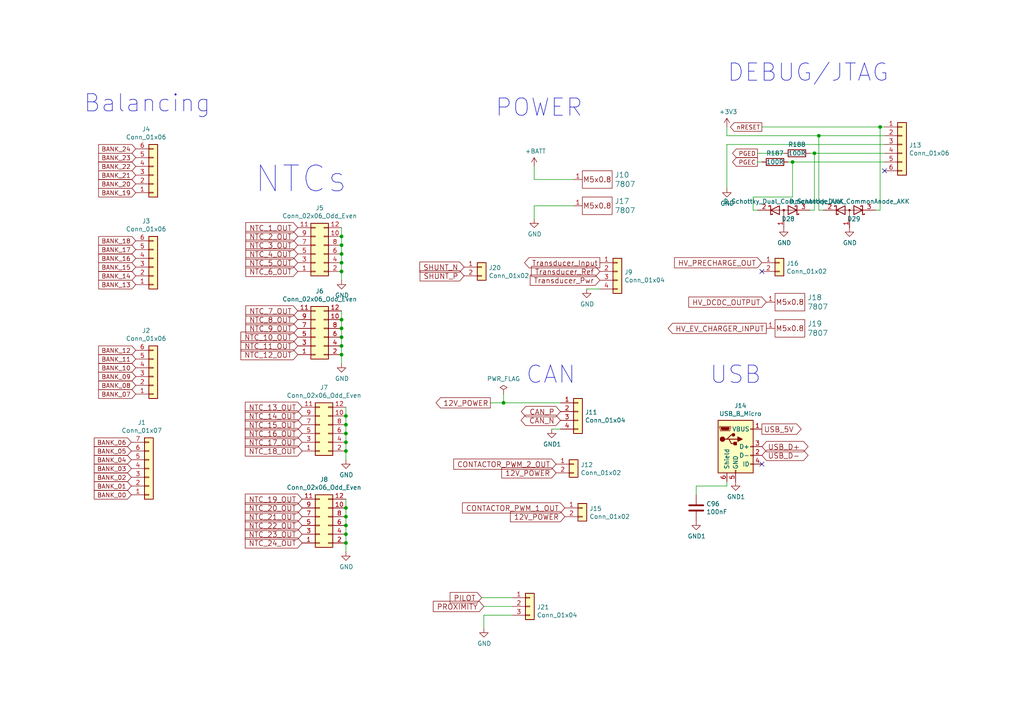
<source format=kicad_sch>
(kicad_sch (version 20250114) (generator "eeschema") (generator_version "9.0")
  (paper "A4")
  (lib_symbols
    (symbol "Connector:USB_B_Micro" (pin_names (offset 1.016))
      (property "Reference" "J" (at -5.08 11.43 0))
      (property "Value" "USB_B_Micro" (at -5.08 8.89 0))
      (symbol "USB_B_Micro_0_1"
        (rectangle (start -5.08 -7.62) (end 5.08 7.62) (stroke (width 0.254)) (fill (type background)))
        (polyline (pts (xy -4.699 5.842) (xy -4.699 5.588) (xy -4.445 4.826) (xy -4.445 4.572) (xy -1.651 4.572) (xy -1.651 4.826) (xy -1.397 5.588) (xy -1.397 5.842) (xy -4.699 5.842)))
        (polyline (pts (xy -4.318 5.588) (xy -1.778 5.588) (xy -2.032 4.826) (xy -4.064 4.826) (xy -4.318 5.588)) (fill (type outline)))
        (circle (center -3.81 2.159) (radius 0.635) (stroke (width 0.254)) (fill (type outline)))
        (polyline (pts (xy -3.175 2.159) (xy -2.54 2.159) (xy -1.27 3.429) (xy -0.635 3.429)) (stroke (width 0.254)))
        (polyline (pts (xy -2.54 2.159) (xy -1.905 2.159) (xy -1.27 0.889) (xy 0 0.889)) (stroke (width 0.254)))
        (polyline (pts (xy -1.905 2.159) (xy 0.635 2.159)) (stroke (width 0.254)))
        (circle (center -0.635 3.429) (radius 0.381) (stroke (width 0.254)) (fill (type outline)))
        (rectangle (start -0.127 -7.62) (end 0.127 -6.858))
        (rectangle (start 0.254 1.27) (end -0.508 0.508) (stroke (width 0.254)) (fill (type outline)))
        (polyline (pts (xy 0.635 2.794) (xy 0.635 1.524) (xy 1.905 2.159) (xy 0.635 2.794)) (stroke (width 0.254)) (fill (type outline)))
        (rectangle (start 5.08 4.953) (end 4.318 5.207))
        (rectangle (start 5.08 -0.127) (end 4.318 0.127))
        (rectangle (start 5.08 -2.667) (end 4.318 -2.413))
        (rectangle (start 5.08 -5.207) (end 4.318 -4.953))
      )
      (symbol "USB_B_Micro_1_1"
        (pin passive line (at -2.54 -10.16 90) (length 2.54) (name "Shield") (number "6"))
        (pin power_out line (at 0 -10.16 90) (length 2.54) (name "GND") (number "5"))
        (pin power_out line (at 7.62 5.08 180) (length 2.54) (name "VBUS") (number "1"))
        (pin bidirectional line (at 7.62 0 180) (length 2.54) (name "D+") (number "3"))
        (pin bidirectional line (at 7.62 -2.54 180) (length 2.54) (name "D-") (number "2"))
        (pin passive line (at 7.62 -5.08 180) (length 2.54) (name "ID") (number "4"))
      )
    )
    (symbol "Connector_Generic:Conn_01x02" (pin_names (offset 1.016) (hide yes))
      (property "Reference" "J" (at 0 2.54 0))
      (property "Value" "Conn_01x02" (at 0 -5.08 0))
      (symbol "Conn_01x02_1_1"
        (rectangle (start -1.27 1.27) (end 1.27 -3.81) (stroke (width 0.254)) (fill (type background)))
        (rectangle (start -1.27 0.127) (end 0 -0.127) (stroke (width 0.1524)))
        (rectangle (start -1.27 -2.413) (end 0 -2.667) (stroke (width 0.1524)))
        (pin passive line (at -5.08 0 0) (length 3.81) (name "Pin_1") (number "1"))
        (pin passive line (at -5.08 -2.54 0) (length 3.81) (name "Pin_2") (number "2"))
      )
    )
    (symbol "Connector_Generic:Conn_01x03" (pin_names (offset 1.016) (hide yes))
      (property "Reference" "J" (at 0 5.08 0))
      (property "Value" "Conn_01x03" (at 0 -5.08 0))
      (symbol "Conn_01x03_1_1"
        (rectangle (start -1.27 3.81) (end 1.27 -3.81) (stroke (width 0.254)) (fill (type background)))
        (rectangle (start -1.27 2.667) (end 0 2.413) (stroke (width 0.1524)))
        (rectangle (start -1.27 0.127) (end 0 -0.127) (stroke (width 0.1524)))
        (rectangle (start -1.27 -2.413) (end 0 -2.667) (stroke (width 0.1524)))
        (pin passive line (at -5.08 2.54 0) (length 3.81) (name "Pin_1") (number "1"))
        (pin passive line (at -5.08 0 0) (length 3.81) (name "Pin_2") (number "2"))
        (pin passive line (at -5.08 -2.54 0) (length 3.81) (name "Pin_3") (number "3"))
      )
    )
    (symbol "Connector_Generic:Conn_01x04" (pin_names (offset 1.016) (hide yes))
      (property "Reference" "J" (at 0 5.08 0))
      (property "Value" "Conn_01x04" (at 0 -7.62 0))
      (symbol "Conn_01x04_1_1"
        (rectangle (start -1.27 3.81) (end 1.27 -6.35) (stroke (width 0.254)) (fill (type background)))
        (rectangle (start -1.27 2.667) (end 0 2.413) (stroke (width 0.1524)))
        (rectangle (start -1.27 0.127) (end 0 -0.127) (stroke (width 0.1524)))
        (rectangle (start -1.27 -2.413) (end 0 -2.667) (stroke (width 0.1524)))
        (rectangle (start -1.27 -4.953) (end 0 -5.207) (stroke (width 0.1524)))
        (pin passive line (at -5.08 2.54 0) (length 3.81) (name "Pin_1") (number "1"))
        (pin passive line (at -5.08 0 0) (length 3.81) (name "Pin_2") (number "2"))
        (pin passive line (at -5.08 -2.54 0) (length 3.81) (name "Pin_3") (number "3"))
        (pin passive line (at -5.08 -5.08 0) (length 3.81) (name "Pin_4") (number "4"))
      )
    )
    (symbol "Connector_Generic:Conn_01x06" (pin_names (offset 1.016) (hide yes))
      (property "Reference" "J" (at 0 7.62 0))
      (property "Value" "Conn_01x06" (at 0 -10.16 0))
      (symbol "Conn_01x06_1_1"
        (rectangle (start -1.27 6.35) (end 1.27 -8.89) (stroke (width 0.254)) (fill (type background)))
        (rectangle (start -1.27 5.207) (end 0 4.953) (stroke (width 0.1524)))
        (rectangle (start -1.27 2.667) (end 0 2.413) (stroke (width 0.1524)))
        (rectangle (start -1.27 0.127) (end 0 -0.127) (stroke (width 0.1524)))
        (rectangle (start -1.27 -2.413) (end 0 -2.667) (stroke (width 0.1524)))
        (rectangle (start -1.27 -4.953) (end 0 -5.207) (stroke (width 0.1524)))
        (rectangle (start -1.27 -7.493) (end 0 -7.747) (stroke (width 0.1524)))
        (pin passive line (at -5.08 5.08 0) (length 3.81) (name "Pin_1") (number "1"))
        (pin passive line (at -5.08 2.54 0) (length 3.81) (name "Pin_2") (number "2"))
        (pin passive line (at -5.08 0 0) (length 3.81) (name "Pin_3") (number "3"))
        (pin passive line (at -5.08 -2.54 0) (length 3.81) (name "Pin_4") (number "4"))
        (pin passive line (at -5.08 -5.08 0) (length 3.81) (name "Pin_5") (number "5"))
        (pin passive line (at -5.08 -7.62 0) (length 3.81) (name "Pin_6") (number "6"))
      )
    )
    (symbol "Connector_Generic:Conn_01x07" (pin_names (offset 1.016) (hide yes))
      (property "Reference" "J" (at 0 10.16 0))
      (property "Value" "Conn_01x07" (at 0 -10.16 0))
      (symbol "Conn_01x07_1_1"
        (rectangle (start -1.27 8.89) (end 1.27 -8.89) (stroke (width 0.254)) (fill (type background)))
        (rectangle (start -1.27 7.747) (end 0 7.493) (stroke (width 0.1524)))
        (rectangle (start -1.27 5.207) (end 0 4.953) (stroke (width 0.1524)))
        (rectangle (start -1.27 2.667) (end 0 2.413) (stroke (width 0.1524)))
        (rectangle (start -1.27 0.127) (end 0 -0.127) (stroke (width 0.1524)))
        (rectangle (start -1.27 -2.413) (end 0 -2.667) (stroke (width 0.1524)))
        (rectangle (start -1.27 -4.953) (end 0 -5.207) (stroke (width 0.1524)))
        (rectangle (start -1.27 -7.493) (end 0 -7.747) (stroke (width 0.1524)))
        (pin passive line (at -5.08 7.62 0) (length 3.81) (name "Pin_1") (number "1"))
        (pin passive line (at -5.08 5.08 0) (length 3.81) (name "Pin_2") (number "2"))
        (pin passive line (at -5.08 2.54 0) (length 3.81) (name "Pin_3") (number "3"))
        (pin passive line (at -5.08 0 0) (length 3.81) (name "Pin_4") (number "4"))
        (pin passive line (at -5.08 -2.54 0) (length 3.81) (name "Pin_5") (number "5"))
        (pin passive line (at -5.08 -5.08 0) (length 3.81) (name "Pin_6") (number "6"))
        (pin passive line (at -5.08 -7.62 0) (length 3.81) (name "Pin_7") (number "7"))
      )
    )
    (symbol "Connector_Generic:Conn_02x06_Odd_Even" (pin_names (offset 1.016) (hide yes))
      (property "Reference" "J" (at 1.27 7.62 0))
      (property "Value" "Conn_02x06_Odd_Even" (at 1.27 -10.16 0))
      (symbol "Conn_02x06_Odd_Even_1_1"
        (rectangle (start -1.27 6.35) (end 3.81 -8.89) (stroke (width 0.254)) (fill (type background)))
        (rectangle (start -1.27 5.207) (end 0 4.953) (stroke (width 0.1524)))
        (rectangle (start -1.27 2.667) (end 0 2.413) (stroke (width 0.1524)))
        (rectangle (start -1.27 0.127) (end 0 -0.127) (stroke (width 0.1524)))
        (rectangle (start -1.27 -2.413) (end 0 -2.667) (stroke (width 0.1524)))
        (rectangle (start -1.27 -4.953) (end 0 -5.207) (stroke (width 0.1524)))
        (rectangle (start -1.27 -7.493) (end 0 -7.747) (stroke (width 0.1524)))
        (rectangle (start 3.81 5.207) (end 2.54 4.953) (stroke (width 0.1524)))
        (rectangle (start 3.81 2.667) (end 2.54 2.413) (stroke (width 0.1524)))
        (rectangle (start 3.81 0.127) (end 2.54 -0.127) (stroke (width 0.1524)))
        (rectangle (start 3.81 -2.413) (end 2.54 -2.667) (stroke (width 0.1524)))
        (rectangle (start 3.81 -4.953) (end 2.54 -5.207) (stroke (width 0.1524)))
        (rectangle (start 3.81 -7.493) (end 2.54 -7.747) (stroke (width 0.1524)))
        (pin passive line (at -5.08 5.08 0) (length 3.81) (name "Pin_1") (number "1"))
        (pin passive line (at -5.08 2.54 0) (length 3.81) (name "Pin_3") (number "3"))
        (pin passive line (at -5.08 0 0) (length 3.81) (name "Pin_5") (number "5"))
        (pin passive line (at -5.08 -2.54 0) (length 3.81) (name "Pin_7") (number "7"))
        (pin passive line (at -5.08 -5.08 0) (length 3.81) (name "Pin_9") (number "9"))
        (pin passive line (at -5.08 -7.62 0) (length 3.81) (name "Pin_11") (number "11"))
        (pin passive line (at 7.62 5.08 180) (length 3.81) (name "Pin_2") (number "2"))
        (pin passive line (at 7.62 2.54 180) (length 3.81) (name "Pin_4") (number "4"))
        (pin passive line (at 7.62 0 180) (length 3.81) (name "Pin_6") (number "6"))
        (pin passive line (at 7.62 -2.54 180) (length 3.81) (name "Pin_8") (number "8"))
        (pin passive line (at 7.62 -5.08 180) (length 3.81) (name "Pin_10") (number "10"))
        (pin passive line (at 7.62 -7.62 180) (length 3.81) (name "Pin_12") (number "12"))
      )
    )
    (symbol "Connectors:7807" (pin_names (offset 1.016))
      (property "Reference" "J" (at -4.064 6.35 0))
      (property "Value" "7807" (at -3.556 -1.27 0))
      (symbol "7807_0_0"
        (text "M5x0.8" (at -4.318 2.54 0) (effects (font (size 1.524 1.524))))
      )
      (symbol "7807_1_1"
        (rectangle (start -8.636 5.08) (end 0 0))
        (pin power_out line (at 2.54 2.54 180) (length 2.4892) (name "~") (number "1"))
      )
    )
    (symbol "Device:C" (pin_numbers (hide yes)) (pin_names (offset 0.254))
      (property "Reference" "C" (at 0.635 2.54 0))
      (property "Value" "C" (at 0.635 -2.54 0))
      (symbol "C_0_1"
        (polyline (pts (xy -2.032 0.762) (xy 2.032 0.762)) (stroke (width 0.508)))
        (polyline (pts (xy -2.032 -0.762) (xy 2.032 -0.762)) (stroke (width 0.508)))
      )
      (symbol "C_1_1"
        (pin passive line (at 0 3.81 270) (length 2.794) (name "~") (number "1"))
        (pin passive line (at 0 -3.81 90) (length 2.794) (name "~") (number "2"))
      )
    )
    (symbol "Device:D_Schottky_Dual_CommonAnode_AKK" (pin_names (offset 0.762) (hide yes))
      (property "Reference" "D" (at 1.27 -2.54 0))
      (property "Value" "D_Schottky_Dual_CommonAnode_AKK" (at 0 2.54 0))
      (symbol "D_Schottky_Dual_CommonAnode_AKK_0_1"
        (polyline (pts (xy -3.81 1.27) (xy -3.81 -1.27) (xy -3.81 -1.27)) (stroke (width 0.254)))
        (polyline (pts (xy -3.81 1.27) (xy -4.318 1.27) (xy -4.318 1.016) (xy -4.318 1.016)) (stroke (width 0.254)))
        (polyline (pts (xy -3.556 0) (xy 3.81 0)))
        (polyline (pts (xy -3.302 -1.016) (xy -3.302 -1.27) (xy -3.81 -1.27) (xy -3.81 -1.27) (xy -3.81 -1.27)) (stroke (width 0.254)))
        (polyline (pts (xy -1.27 -1.27) (xy -3.81 0) (xy -1.27 1.27) (xy -1.27 -1.27) (xy -1.27 -1.27) (xy -1.27 -1.27)) (stroke (width 0.254)))
        (polyline (pts (xy 0 0) (xy 0 -2.54)))
        (circle (center 0 0) (radius 0.254) (fill (type outline)))
        (polyline (pts (xy 1.27 1.27) (xy 3.81 0) (xy 1.27 -1.27) (xy 1.27 1.27) (xy 1.27 1.27) (xy 1.27 1.27)) (stroke (width 0.254)))
        (polyline (pts (xy 3.81 1.27) (xy 3.81 -1.27) (xy 3.81 -1.27)) (stroke (width 0.254)))
        (polyline (pts (xy 3.81 1.27) (xy 3.302 1.27) (xy 3.302 1.016) (xy 3.302 1.016)) (stroke (width 0.254)))
        (polyline (pts (xy 3.81 -1.27) (xy 4.318 -1.27) (xy 4.318 -1.016) (xy 4.318 -1.016)) (stroke (width 0.254)))
        (pin passive line (at -7.62 0 0) (length 3.81) (name "K") (number "2"))
        (pin passive line (at 0 -5.08 90) (length 2.54) (name "A") (number "1"))
        (pin passive line (at 7.62 0 180) (length 3.81) (name "K") (number "3"))
      )
    )
    (symbol "Device:R" (pin_numbers (hide yes)) (pin_names (offset 0))
      (property "Reference" "R" (at 2.032 0 90))
      (property "Value" "R" (at 0 0 90))
      (symbol "R_0_1"
        (rectangle (start -1.016 -2.54) (end 1.016 2.54) (stroke (width 0.254)))
      )
      (symbol "R_1_1"
        (pin passive line (at 0 3.81 270) (length 1.27) (name "~") (number "1"))
        (pin passive line (at 0 -3.81 90) (length 1.27) (name "~") (number "2"))
      )
    )
    (symbol "power:+3V3" (power) (pin_names (offset 0))
      (property "Value" "+3V3" (at 0 3.556 0))
      (symbol "+3V3_0_1"
        (polyline (pts (xy -0.762 1.27) (xy 0 2.54)))
        (polyline (pts (xy 0 2.54) (xy 0.762 1.27)))
        (polyline (pts (xy 0 0) (xy 0 2.54)))
      )
      (symbol "+3V3_1_1"
        (pin power_in line (at 0 0 90) (length 0) (hide yes) (name "+3V3") (number "1"))
      )
    )
    (symbol "power:+BATT" (power) (pin_names (offset 0))
      (property "Value" "+BATT" (at 0 3.556 0))
      (symbol "+BATT_0_1"
        (polyline (pts (xy -0.762 1.27) (xy 0 2.54)))
        (polyline (pts (xy 0 2.54) (xy 0.762 1.27)))
        (polyline (pts (xy 0 0) (xy 0 2.54)))
      )
      (symbol "+BATT_1_1"
        (pin power_in line (at 0 0 90) (length 0) (hide yes) (name "+BATT") (number "1"))
      )
    )
    (symbol "power:GND" (power) (pin_names (offset 0))
      (property "Value" "GND" (at 0 -3.81 0))
      (symbol "GND_0_1"
        (polyline (pts (xy 0 0) (xy 0 -1.27) (xy 1.27 -1.27) (xy 0 -2.54) (xy -1.27 -1.27) (xy 0 -1.27)))
      )
      (symbol "GND_1_1"
        (pin power_in line (at 0 0 270) (length 0) (hide yes) (name "GND") (number "1"))
      )
    )
    (symbol "power:GND1" (power) (pin_names (offset 0))
      (property "Value" "GND1" (at 0 -3.81 0))
      (symbol "GND1_0_1"
        (polyline (pts (xy 0 0) (xy 0 -1.27) (xy 1.27 -1.27) (xy 0 -2.54) (xy -1.27 -1.27) (xy 0 -1.27)))
      )
      (symbol "GND1_1_1"
        (pin power_in line (at 0 0 270) (length 0) (hide yes) (name "GND1") (number "1"))
      )
    )
    (symbol "power:PWR_FLAG" (power) (pin_numbers (hide yes)) (pin_names (offset 0) (hide yes))
      (property "Value" "PWR_FLAG" (at 0 3.81 0))
      (symbol "PWR_FLAG_0_0"
        (pin power_out line (at 0 0 90) (length 0) (name "pwr") (number "1"))
      )
      (symbol "PWR_FLAG_0_1"
        (polyline (pts (xy 0 0) (xy 0 1.27) (xy -1.016 1.905) (xy 0 2.54) (xy 1.016 1.905) (xy 0 1.27)))
      )
    )
  )
  (text "Balancing" (at 24.13 33.02 0) (effects (font (size 5.0038 5.0038)) (justify left bottom)))
  (text "NTCs" (at 73.66 56.515 0) (effects (font (size 7.493 7.493)) (justify left bottom)))
  (text "POWER" (at 143.51 34.29 0) (effects (font (size 5.0038 5.0038)) (justify left bottom)))
  (text "CAN" (at 152.4 111.76 0) (effects (font (size 5.0038 5.0038)) (justify left bottom)))
  (text "USB" (at 205.74 111.76 0) (effects (font (size 5.0038 5.0038)) (justify left bottom)))
  (text "DEBUG/JTAG" (at 210.82 24.13 0) (effects (font (size 5.0038 5.0038)) (justify left bottom)))
  (junction (at 99.06 102.87))
  (junction (at 100.33 147.32))
  (junction (at 99.06 92.71))
  (junction (at 99.06 97.79))
  (junction (at 100.33 120.65))
  (junction (at 100.33 125.73))
  (junction (at 100.33 154.94))
  (junction (at 100.33 157.48))
  (junction (at 99.06 68.58))
  (junction (at 255.27 36.83))
  (junction (at 99.06 76.2))
  (junction (at 99.06 73.66))
  (junction (at 236.22 44.45))
  (junction (at 100.33 128.27))
  (junction (at 100.33 149.86))
  (junction (at 229.87 46.99))
  (junction (at 100.33 123.19))
  (junction (at 99.06 78.74))
  (junction (at 237.49 39.37))
  (junction (at 99.06 71.12))
  (junction (at 99.06 95.25))
  (junction (at 100.33 130.81))
  (junction (at 146.05 116.84))
  (junction (at 99.06 100.33))
  (junction (at 100.33 152.4))
  (no_connect (at 256.54 49.53))
  (no_connect (at 220.98 78.74))
  (no_connect (at 220.98 134.62))
  (wire (pts (xy 228.6 46.99) (xy 229.87 46.99)))
  (wire (pts (xy 210.82 36.83) (xy 210.82 39.37)))
  (wire (pts (xy 220.98 36.83) (xy 255.27 36.83)))
  (wire (pts (xy 218.44 57.15) (xy 229.87 57.15)))
  (wire (pts (xy 99.06 76.2) (xy 99.06 78.74)))
  (wire (pts (xy 238.76 60.96) (xy 237.49 60.96)))
  (wire (pts (xy 210.82 39.37) (xy 237.49 39.37)))
  (wire (pts (xy 100.33 130.81) (xy 100.33 133.35)))
  (wire (pts (xy 100.33 147.32) (xy 100.33 149.86)))
  (wire (pts (xy 210.82 139.7) (xy 210.82 140.97)))
  (wire (pts (xy 254 60.96) (xy 255.27 60.96)))
  (wire (pts (xy 154.94 52.07) (xy 154.94 48.26)))
  (wire (pts (xy 227.33 44.45) (xy 219.71 44.45)))
  (wire (pts (xy 218.44 60.96) (xy 218.44 57.15)))
  (wire (pts (xy 160.02 124.46) (xy 162.56 124.46)))
  (wire (pts (xy 140.335 178.435) (xy 140.335 182.245)))
  (wire (pts (xy 210.82 41.91) (xy 256.54 41.91)))
  (wire (pts (xy 139.7 173.355) (xy 148.59 173.355)))
  (wire (pts (xy 100.33 154.94) (xy 100.33 157.48)))
  (wire (pts (xy 236.22 44.45) (xy 256.54 44.45)))
  (wire (pts (xy 99.06 97.79) (xy 99.06 100.33)))
  (wire (pts (xy 237.49 60.96) (xy 237.49 39.37)))
  (wire (pts (xy 236.22 44.45) (xy 236.22 60.96)))
  (wire (pts (xy 99.06 78.74) (xy 99.06 81.28)))
  (wire (pts (xy 140.335 175.895) (xy 148.59 175.895)))
  (wire (pts (xy 99.06 102.87) (xy 99.06 105.41)))
  (wire (pts (xy 219.71 60.96) (xy 218.44 60.96)))
  (wire (pts (xy 99.06 73.66) (xy 99.06 76.2)))
  (wire (pts (xy 237.49 39.37) (xy 256.54 39.37)))
  (wire (pts (xy 99.06 100.33) (xy 99.06 102.87)))
  (wire (pts (xy 100.33 144.78) (xy 100.33 147.32)))
  (wire (pts (xy 100.33 118.11) (xy 100.33 120.65)))
  (wire (pts (xy 255.27 60.96) (xy 255.27 36.83)))
  (wire (pts (xy 210.82 54.61) (xy 210.82 41.91)))
  (wire (pts (xy 146.05 116.84) (xy 162.56 116.84)))
  (wire (pts (xy 236.22 60.96) (xy 234.95 60.96)))
  (wire (pts (xy 170.18 83.82) (xy 173.99 83.82)))
  (wire (pts (xy 99.06 92.71) (xy 99.06 95.25)))
  (wire (pts (xy 210.82 140.97) (xy 201.93 140.97)))
  (wire (pts (xy 154.94 52.07) (xy 166.37 52.07)))
  (wire (pts (xy 154.94 59.69) (xy 166.37 59.69)))
  (wire (pts (xy 229.87 46.99) (xy 256.54 46.99)))
  (wire (pts (xy 100.33 152.4) (xy 100.33 154.94)))
  (wire (pts (xy 100.33 157.48) (xy 100.33 160.02)))
  (wire (pts (xy 146.05 114.3) (xy 146.05 116.84)))
  (wire (pts (xy 99.06 68.58) (xy 99.06 71.12)))
  (wire (pts (xy 99.06 95.25) (xy 99.06 97.79)))
  (wire (pts (xy 142.24 116.84) (xy 146.05 116.84)))
  (wire (pts (xy 236.22 44.45) (xy 234.95 44.45)))
  (wire (pts (xy 99.06 66.04) (xy 99.06 68.58)))
  (wire (pts (xy 154.94 63.5) (xy 154.94 59.69)))
  (wire (pts (xy 100.33 128.27) (xy 100.33 130.81)))
  (wire (pts (xy 220.98 46.99) (xy 219.71 46.99)))
  (wire (pts (xy 99.06 71.12) (xy 99.06 73.66)))
  (wire (pts (xy 229.87 57.15) (xy 229.87 46.99)))
  (wire (pts (xy 100.33 120.65) (xy 100.33 123.19)))
  (wire (pts (xy 100.33 123.19) (xy 100.33 125.73)))
  (wire (pts (xy 201.93 140.97) (xy 201.93 143.51)))
  (wire (pts (xy 100.33 125.73) (xy 100.33 128.27)))
  (wire (pts (xy 255.27 36.83) (xy 256.54 36.83)))
  (wire (pts (xy 100.33 149.86) (xy 100.33 152.4)))
  (wire (pts (xy 148.59 178.435) (xy 140.335 178.435)))
  (wire (pts (xy 99.06 90.17) (xy 99.06 92.71)))
  (global_label "NTC_22_OUT" (shape input) (at 87.63 152.4 180) (effects (font (size 1.4986 1.4986))) (property "Intersheetrefs" "${INTERSHEET_REFS}" (effects (hide yes))))
  (global_label "BANK_20" (shape input) (at 39.37 53.34 180) (property "Intersheetrefs" "${INTERSHEET_REFS}" (effects (hide yes))))
  (global_label "USB_5V" (shape output) (at 220.98 124.46 0) (effects (font (size 1.524 1.524))) (property "Intersheetrefs" "${INTERSHEET_REFS}" (effects (hide yes))))
  (global_label "BANK_17" (shape input) (at 39.37 72.39 180) (property "Intersheetrefs" "${INTERSHEET_REFS}" (effects (hide yes))))
  (global_label "BANK_02" (shape input) (at 38.1 138.43 180) (property "Intersheetrefs" "${INTERSHEET_REFS}" (effects (hide yes))))
  (global_label "Transducer_Input" (shape output) (at 173.99 76.2 180) (effects (font (size 1.4986 1.4986))) (property "Intersheetrefs" "${INTERSHEET_REFS}" (effects (hide yes))))
  (global_label "CONTACTOR_PWM_1_OUT" (shape input) (at 163.83 147.32 180) (effects (font (size 1.4986 1.4986))) (property "Intersheetrefs" "${INTERSHEET_REFS}" (effects (hide yes))))
  (global_label "CAN_N" (shape bidirectional) (at 162.56 121.92 180) (effects (font (size 1.524 1.524))) (property "Intersheetrefs" "${INTERSHEET_REFS}" (effects (hide yes))))
  (global_label "CONTACTOR_PWM_2_OUT" (shape input) (at 161.29 134.62 180) (effects (font (size 1.4986 1.4986))) (property "Intersheetrefs" "${INTERSHEET_REFS}" (effects (hide yes))))
  (global_label "BANK_07" (shape input) (at 39.37 114.3 180) (property "Intersheetrefs" "${INTERSHEET_REFS}" (effects (hide yes))))
  (global_label "BANK_21" (shape input) (at 39.37 50.8 180) (property "Intersheetrefs" "${INTERSHEET_REFS}" (effects (hide yes))))
  (global_label "BANK_22" (shape input) (at 39.37 48.26 180) (property "Intersheetrefs" "${INTERSHEET_REFS}" (effects (hide yes))))
  (global_label "NTC_7_OUT" (shape input) (at 86.36 90.17 180) (effects (font (size 1.4986 1.4986))) (property "Intersheetrefs" "${INTERSHEET_REFS}" (effects (hide yes))))
  (global_label "12V_POWER" (shape input) (at 163.83 149.86 180) (effects (font (size 1.4986 1.4986))) (property "Intersheetrefs" "${INTERSHEET_REFS}" (effects (hide yes))))
  (global_label "NTC_9_OUT" (shape input) (at 86.36 95.25 180) (effects (font (size 1.4986 1.4986))) (property "Intersheetrefs" "${INTERSHEET_REFS}" (effects (hide yes))))
  (global_label "nRESET" (shape output) (at 220.98 36.83 180) (effects (font (size 1.2446 1.2446))) (property "Intersheetrefs" "${INTERSHEET_REFS}" (effects (hide yes))))
  (global_label "NTC_12_OUT" (shape input) (at 86.36 102.87 180) (effects (font (size 1.4986 1.4986))) (property "Intersheetrefs" "${INTERSHEET_REFS}" (effects (hide yes))))
  (global_label "NTC_13_OUT" (shape input) (at 87.63 118.11 180) (effects (font (size 1.4986 1.4986))) (property "Intersheetrefs" "${INTERSHEET_REFS}" (effects (hide yes))))
  (global_label "NTC_18_OUT" (shape input) (at 87.63 130.81 180) (effects (font (size 1.4986 1.4986))) (property "Intersheetrefs" "${INTERSHEET_REFS}" (effects (hide yes))))
  (global_label "NTC_5_OUT" (shape input) (at 86.36 76.2 180) (effects (font (size 1.4986 1.4986))) (property "Intersheetrefs" "${INTERSHEET_REFS}" (effects (hide yes))))
  (global_label "NTC_24_OUT" (shape input) (at 87.63 157.48 180) (effects (font (size 1.4986 1.4986))) (property "Intersheetrefs" "${INTERSHEET_REFS}" (effects (hide yes))))
  (global_label "SHUNT_P" (shape input) (at 134.62 80.01 180) (effects (font (size 1.4986 1.4986))) (property "Intersheetrefs" "${INTERSHEET_REFS}" (effects (hide yes))))
  (global_label "USB_D+" (shape bidirectional) (at 220.98 129.54 0) (effects (font (size 1.524 1.524))) (property "Intersheetrefs" "${INTERSHEET_REFS}" (effects (hide yes))))
  (global_label "NTC_21_OUT" (shape input) (at 87.63 149.86 180) (effects (font (size 1.4986 1.4986))) (property "Intersheetrefs" "${INTERSHEET_REFS}" (effects (hide yes))))
  (global_label "Transducer_Ref" (shape input) (at 173.99 78.74 180) (effects (font (size 1.4986 1.4986))) (property "Intersheetrefs" "${INTERSHEET_REFS}" (effects (hide yes))))
  (global_label "PGEC" (shape output) (at 219.71 46.99 180) (effects (font (size 1.2446 1.2446))) (property "Intersheetrefs" "${INTERSHEET_REFS}" (effects (hide yes))))
  (global_label "NTC_6_OUT" (shape input) (at 86.36 78.74 180) (effects (font (size 1.4986 1.4986))) (property "Intersheetrefs" "${INTERSHEET_REFS}" (effects (hide yes))))
  (global_label "USB_D-" (shape bidirectional) (at 220.98 132.08 0) (effects (font (size 1.524 1.524))) (property "Intersheetrefs" "${INTERSHEET_REFS}" (effects (hide yes))))
  (global_label "NTC_14_OUT" (shape input) (at 87.63 120.65 180) (effects (font (size 1.4986 1.4986))) (property "Intersheetrefs" "${INTERSHEET_REFS}" (effects (hide yes))))
  (global_label "BANK_03" (shape input) (at 38.1 135.89 180) (property "Intersheetrefs" "${INTERSHEET_REFS}" (effects (hide yes))))
  (global_label "SHUNT_N" (shape input) (at 134.62 77.47 180) (effects (font (size 1.4986 1.4986))) (property "Intersheetrefs" "${INTERSHEET_REFS}" (effects (hide yes))))
  (global_label "NTC_10_OUT" (shape input) (at 86.36 97.79 180) (effects (font (size 1.4986 1.4986))) (property "Intersheetrefs" "${INTERSHEET_REFS}" (effects (hide yes))))
  (global_label "PROXIMITY" (shape input) (at 140.335 175.895 180) (effects (font (size 1.524 1.524))) (property "Intersheetrefs" "${INTERSHEET_REFS}" (effects (hide yes))))
  (global_label "12V_POWER" (shape output) (at 142.24 116.84 180) (effects (font (size 1.4986 1.4986))) (property "Intersheetrefs" "${INTERSHEET_REFS}" (effects (hide yes))))
  (global_label "BANK_12" (shape input) (at 39.37 101.6 180) (property "Intersheetrefs" "${INTERSHEET_REFS}" (effects (hide yes))))
  (global_label "BANK_14" (shape input) (at 39.37 80.01 180) (property "Intersheetrefs" "${INTERSHEET_REFS}" (effects (hide yes))))
  (global_label "Transducer_Pwr" (shape input) (at 173.99 81.28 180) (effects (font (size 1.4986 1.4986))) (property "Intersheetrefs" "${INTERSHEET_REFS}" (effects (hide yes))))
  (global_label "NTC_8_OUT" (shape input) (at 86.36 92.71 180) (effects (font (size 1.4986 1.4986))) (property "Intersheetrefs" "${INTERSHEET_REFS}" (effects (hide yes))))
  (global_label "NTC_17_OUT" (shape input) (at 87.63 128.27 180) (effects (font (size 1.4986 1.4986))) (property "Intersheetrefs" "${INTERSHEET_REFS}" (effects (hide yes))))
  (global_label "BANK_00" (shape input) (at 38.1 143.51 180) (property "Intersheetrefs" "${INTERSHEET_REFS}" (effects (hide yes))))
  (global_label "HV_PRECHARGE_OUT" (shape input) (at 220.98 76.2 180) (effects (font (size 1.4986 1.4986))) (property "Intersheetrefs" "${INTERSHEET_REFS}" (effects (hide yes))))
  (global_label "BANK_19" (shape input) (at 39.37 55.88 180) (property "Intersheetrefs" "${INTERSHEET_REFS}" (effects (hide yes))))
  (global_label "BANK_18" (shape input) (at 39.37 69.85 180) (property "Intersheetrefs" "${INTERSHEET_REFS}" (effects (hide yes))))
  (global_label "BANK_05" (shape input) (at 38.1 130.81 180) (property "Intersheetrefs" "${INTERSHEET_REFS}" (effects (hide yes))))
  (global_label "BANK_11" (shape input) (at 39.37 104.14 180) (property "Intersheetrefs" "${INTERSHEET_REFS}" (effects (hide yes))))
  (global_label "BANK_04" (shape input) (at 38.1 133.35 180) (property "Intersheetrefs" "${INTERSHEET_REFS}" (effects (hide yes))))
  (global_label "BANK_13" (shape input) (at 39.37 82.55 180) (property "Intersheetrefs" "${INTERSHEET_REFS}" (effects (hide yes))))
  (global_label "BANK_23" (shape input) (at 39.37 45.72 180) (property "Intersheetrefs" "${INTERSHEET_REFS}" (effects (hide yes))))
  (global_label "NTC_16_OUT" (shape input) (at 87.63 125.73 180) (effects (font (size 1.4986 1.4986))) (property "Intersheetrefs" "${INTERSHEET_REFS}" (effects (hide yes))))
  (global_label "HV_DCDC_OUTPUT" (shape input) (at 222.25 87.63 180) (effects (font (size 1.4986 1.4986))) (property "Intersheetrefs" "${INTERSHEET_REFS}" (effects (hide yes))))
  (global_label "BANK_08" (shape input) (at 39.37 111.76 180) (property "Intersheetrefs" "${INTERSHEET_REFS}" (effects (hide yes))))
  (global_label "NTC_1_OUT" (shape input) (at 86.36 66.04 180) (effects (font (size 1.4986 1.4986))) (property "Intersheetrefs" "${INTERSHEET_REFS}" (effects (hide yes))))
  (global_label "NTC_20_OUT" (shape input) (at 87.63 147.32 180) (effects (font (size 1.4986 1.4986))) (property "Intersheetrefs" "${INTERSHEET_REFS}" (effects (hide yes))))
  (global_label "NTC_2_OUT" (shape input) (at 86.36 68.58 180) (effects (font (size 1.4986 1.4986))) (property "Intersheetrefs" "${INTERSHEET_REFS}" (effects (hide yes))))
  (global_label "BANK_10" (shape input) (at 39.37 106.68 180) (property "Intersheetrefs" "${INTERSHEET_REFS}" (effects (hide yes))))
  (global_label "BANK_01" (shape input) (at 38.1 140.97 180) (property "Intersheetrefs" "${INTERSHEET_REFS}" (effects (hide yes))))
  (global_label "NTC_3_OUT" (shape input) (at 86.36 71.12 180) (effects (font (size 1.4986 1.4986))) (property "Intersheetrefs" "${INTERSHEET_REFS}" (effects (hide yes))))
  (global_label "NTC_11_OUT" (shape input) (at 86.36 100.33 180) (effects (font (size 1.4986 1.4986))) (property "Intersheetrefs" "${INTERSHEET_REFS}" (effects (hide yes))))
  (global_label "PILOT" (shape input) (at 139.7 173.355 180) (effects (font (size 1.524 1.524))) (property "Intersheetrefs" "${INTERSHEET_REFS}" (effects (hide yes))))
  (global_label "PGED" (shape output) (at 219.71 44.45 180) (effects (font (size 1.2446 1.2446))) (property "Intersheetrefs" "${INTERSHEET_REFS}" (effects (hide yes))))
  (global_label "NTC_4_OUT" (shape input) (at 86.36 73.66 180) (effects (font (size 1.4986 1.4986))) (property "Intersheetrefs" "${INTERSHEET_REFS}" (effects (hide yes))))
  (global_label "12V_POWER" (shape input) (at 161.29 137.16 180) (effects (font (size 1.4986 1.4986))) (property "Intersheetrefs" "${INTERSHEET_REFS}" (effects (hide yes))))
  (global_label "BANK_06" (shape input) (at 38.1 128.27 180) (property "Intersheetrefs" "${INTERSHEET_REFS}" (effects (hide yes))))
  (global_label "NTC_23_OUT" (shape input) (at 87.63 154.94 180) (effects (font (size 1.4986 1.4986))) (property "Intersheetrefs" "${INTERSHEET_REFS}" (effects (hide yes))))
  (global_label "NTC_19_OUT" (shape input) (at 87.63 144.78 180) (effects (font (size 1.4986 1.4986))) (property "Intersheetrefs" "${INTERSHEET_REFS}" (effects (hide yes))))
  (global_label "BANK_24" (shape input) (at 39.37 43.18 180) (property "Intersheetrefs" "${INTERSHEET_REFS}" (effects (hide yes))))
  (global_label "BANK_15" (shape input) (at 39.37 77.47 180) (property "Intersheetrefs" "${INTERSHEET_REFS}" (effects (hide yes))))
  (global_label "CAN_P" (shape bidirectional) (at 162.56 119.38 180) (effects (font (size 1.524 1.524))) (property "Intersheetrefs" "${INTERSHEET_REFS}" (effects (hide yes))))
  (global_label "HV_EV_CHARGER_INPUT" (shape output) (at 222.25 95.25 180) (effects (font (size 1.4986 1.4986))) (property "Intersheetrefs" "${INTERSHEET_REFS}" (effects (hide yes))))
  (global_label "NTC_15_OUT" (shape input) (at 87.63 123.19 180) (effects (font (size 1.4986 1.4986))) (property "Intersheetrefs" "${INTERSHEET_REFS}" (effects (hide yes))))
  (global_label "BANK_09" (shape input) (at 39.37 109.22 180) (property "Intersheetrefs" "${INTERSHEET_REFS}" (effects (hide yes))))
  (global_label "BANK_16" (shape input) (at 39.37 74.93 180) (property "Intersheetrefs" "${INTERSHEET_REFS}" (effects (hide yes))))
  (symbol (lib_id "Device:R") (at 231.14 44.45 270) (unit 1)
    (property "Reference" "R188" (at 231.14 41.91 90))
    (property "Value" "100R" (at 231.14 44.45 90))
    (property "Footprint" "Resistor_SMD:R_0603_1608Metric" (effects (hide yes)))
    (property "MPN" "AC0603FR-07100RL" (effects (hide yes)))
    (property "Part Number" "AC0603FR-07100RL" (effects (hide yes)))
    (property "Digikey_PN" "YAG3561CT-ND" (effects (hide yes)))
  )
  (symbol (lib_id "Device:R") (at 224.79 46.99 270) (unit 1)
    (property "Reference" "R187" (at 224.79 44.45 90))
    (property "Value" "100R" (at 224.79 46.99 90))
    (property "Footprint" "Resistor_SMD:R_0603_1608Metric" (effects (hide yes)))
    (property "MPN" "AC0603FR-07100RL" (effects (hide yes)))
    (property "Part Number" "AC0603FR-07100RL" (effects (hide yes)))
    (property "Digikey_PN" "YAG3561CT-ND" (effects (hide yes)))
  )
  (symbol (lib_id "Connector:USB_B_Micro") (at 213.36 129.54 0) (unit 1)
    (property "Reference" "J14" (at 214.757 117.6782 0))
    (property "Value" "USB_B_Micro" (at 214.757 119.9896 0))
    (property "Footprint" "Connector_USB:USB_Micro-B_Molex-105017-0001" (effects (hide yes)))
    (property "DNP" " " (effects (hide yes)))
  )
  (symbol (lib_id "Device:C") (at 201.93 147.32 0) (unit 1)
    (property "Reference" "C96" (at 204.851 146.1516 0) (effects (justify left)))
    (property "Value" "100nF" (at 204.851 148.463 0) (effects (justify left)))
    (property "Footprint" "Capacitor_SMD:C_0603_1608Metric" (effects (hide yes)))
    (property "Datasheet" "http://psearch.en.murata.com/capacitor/product/GCM188R71H104KA57%23.pdf" (effects (hide yes)))
    (property "Voltage" "50V" (effects (hide yes)))
    (property "MPN" "GCM188R71H104KA57D" (effects (hide yes)))
    (property "Part Number" "GCM188R71H104KA57D" (effects (hide yes)))
    (property "Digikey_PN" "490-4779-1-ND" (effects (hide yes)))
  )
  (symbol (lib_id "power:GND") (at 170.18 83.82 0) (unit 1)
    (property "Reference" "#PWR0141" (effects (hide yes)))
    (property "Value" "GND" (at 170.307 88.2142 0))
  )
  (symbol (lib_id "power:+BATT") (at 154.94 48.26 0) (unit 1)
    (property "Reference" "#PWR0133" (effects (hide yes)))
    (property "Value" "+BATT" (at 155.321 43.8658 0))
  )
  (symbol (lib_id "power:GND") (at 154.94 63.5 0) (unit 1)
    (property "Reference" "#PWR0134" (effects (hide yes)))
    (property "Value" "GND" (at 155.067 67.8942 0))
  )
  (symbol (lib_id "Connector_Generic:Conn_01x06") (at 261.62 41.91 0) (unit 1)
    (property "Reference" "J13" (at 263.652 42.1132 0) (effects (justify left)))
    (property "Value" "Conn_01x06" (at 263.652 44.4246 0) (effects (justify left)))
    (property "Footprint" "Connector_JST:JST_XH_B6B-XH-A_1x06_P2.50mm_Vertical" (effects (hide yes)))
  )
  (symbol (lib_id "power:+3V3") (at 210.82 36.83 0) (unit 1)
    (property "Reference" "#PWR0135" (effects (hide yes)))
    (property "Value" "+3V3" (at 211.201 32.4358 0))
  )
  (symbol (lib_id "power:GND") (at 210.82 54.61 0) (unit 1)
    (property "Reference" "#PWR0136" (effects (hide yes)))
    (property "Value" "GND" (at 210.947 59.0042 0))
  )
  (symbol (lib_id "Connector_Generic:Conn_01x07") (at 43.18 135.89 0) (mirror x) (unit 1)
    (property "Reference" "J1" (at 41.1226 122.555 0))
    (property "Value" "Conn_01x07" (at 41.1226 124.8664 0))
    (property "Footprint" "Connector_JST:JST_XH_B7B-XH-A_1x07_P2.50mm_Vertical" (effects (hide yes)))
  )
  (symbol (lib_id "Connector_Generic:Conn_01x06") (at 44.45 109.22 0) (mirror x) (unit 1)
    (property "Reference" "J2" (at 42.3926 95.885 0))
    (property "Value" "Conn_01x06" (at 42.3926 98.1964 0))
    (property "Footprint" "Connector_JST:JST_XH_B6B-XH-A_1x06_P2.50mm_Vertical" (effects (hide yes)))
  )
  (symbol (lib_id "Connector_Generic:Conn_01x06") (at 44.45 77.47 0) (mirror x) (unit 1)
    (property "Reference" "J3" (at 42.3926 64.135 0))
    (property "Value" "Conn_01x06" (at 42.3926 66.4464 0))
    (property "Footprint" "Connector_JST:JST_XH_B6B-XH-A_1x06_P2.50mm_Vertical" (effects (hide yes)))
  )
  (symbol (lib_id "Connector_Generic:Conn_01x06") (at 44.45 50.8 0) (mirror x) (unit 1)
    (property "Reference" "J4" (at 42.3926 37.465 0))
    (property "Value" "Conn_01x06" (at 42.3926 39.7764 0))
    (property "Footprint" "Connector_JST:JST_XH_B6B-XH-A_1x06_P2.50mm_Vertical" (effects (hide yes)))
  )
  (symbol (lib_id "Connector_Generic:Conn_01x04") (at 179.07 78.74 0) (unit 1)
    (property "Reference" "J9" (at 181.102 78.9432 0) (effects (justify left)))
    (property "Value" "Conn_01x04" (at 181.102 81.2546 0) (effects (justify left)))
    (property "Footprint" "Connector_JST:JST_XH_B4B-XH-A_1x04_P2.50mm_Vertical" (effects (hide yes)))
  )
  (symbol (lib_id "Connector_Generic:Conn_01x04") (at 167.64 119.38 0) (unit 1)
    (property "Reference" "J11" (at 169.672 119.5832 0) (effects (justify left)))
    (property "Value" "Conn_01x04" (at 169.672 121.8946 0) (effects (justify left)))
    (property "Footprint" "Connector_JST:JST_XH_B4B-XH-A_1x04_P2.50mm_Vertical" (effects (hide yes)))
  )
  (symbol (lib_id "Connector_Generic:Conn_01x02") (at 166.37 134.62 0) (unit 1)
    (property "Reference" "J12" (at 168.402 134.8232 0) (effects (justify left)))
    (property "Value" "Conn_01x02" (at 168.402 137.1346 0) (effects (justify left)))
    (property "Footprint" "Connector_JST:JST_XH_B2B-XH-A_1x02_P2.50mm_Vertical" (effects (hide yes)))
  )
  (symbol (lib_id "Connector_Generic:Conn_01x02") (at 168.91 147.32 0) (unit 1)
    (property "Reference" "J15" (at 170.942 147.5232 0) (effects (justify left)))
    (property "Value" "Conn_01x02" (at 170.942 149.8346 0) (effects (justify left)))
    (property "Footprint" "Connector_JST:JST_XH_B2B-XH-A_1x02_P2.50mm_Vertical" (effects (hide yes)))
  )
  (symbol (lib_id "Connector_Generic:Conn_01x02") (at 226.06 76.2 0) (unit 1)
    (property "Reference" "J16" (at 228.092 76.4032 0) (effects (justify left)))
    (property "Value" "Conn_01x02" (at 228.092 78.7146 0) (effects (justify left)))
    (property "Footprint" "Connector_JST:JST_XH_B2B-XH-A_1x02_P2.50mm_Vertical" (effects (hide yes)))
  )
  (symbol (lib_id "power:GND1") (at 160.02 124.46 0) (unit 1)
    (property "Reference" "#PWR0197" (effects (hide yes)))
    (property "Value" "GND1" (at 160.147 128.8542 0))
  )
  (symbol (lib_id "power:GND1") (at 201.93 151.13 0) (unit 1)
    (property "Reference" "#PWR0198" (effects (hide yes)))
    (property "Value" "GND1" (at 202.057 155.5242 0))
  )
  (symbol (lib_id "power:GND1") (at 213.36 139.7 0) (unit 1)
    (property "Reference" "#PWR0199" (effects (hide yes)))
    (property "Value" "GND1" (at 213.487 144.0942 0))
  )
  (symbol (lib_id "Connectors:7807") (at 224.79 92.71 180) (unit 1)
    (property "Reference" "J19" (at 234.1372 93.9038 0) (effects (font (size 1.524 1.524)) (justify right)))
    (property "Value" "7807" (at 234.1372 96.5962 0) (effects (font (size 1.524 1.524)) (justify right)))
    (property "Footprint" "Footprints:7807" (effects (hide yes)))
    (property "Datasheet" "https://www.keyelco.com/userAssets/file/M65p69.pdf" (effects (hide yes)))
    (property "MPN" "7807" (effects (hide yes)))
    (property "Part Number" "7807" (effects (hide yes)))
    (property "Digikey_PN" "36-7807-ND " (effects (hide yes)))
  )
  (symbol (lib_id "Connectors:7807") (at 224.79 85.09 180) (unit 1)
    (property "Reference" "J18" (at 234.1372 86.2838 0) (effects (font (size 1.524 1.524)) (justify right)))
    (property "Value" "7807" (at 234.1372 88.9762 0) (effects (font (size 1.524 1.524)) (justify right)))
    (property "Footprint" "Footprints:7807" (effects (hide yes)))
    (property "Datasheet" "https://www.keyelco.com/userAssets/file/M65p69.pdf" (effects (hide yes)))
    (property "MPN" "7807" (effects (hide yes)))
    (property "Part Number" "7807" (effects (hide yes)))
    (property "Digikey_PN" "36-7807-ND " (effects (hide yes)))
  )
  (symbol (lib_id "Connectors:7807") (at 168.91 49.53 180) (unit 1)
    (property "Reference" "J10" (at 178.2572 50.7238 0) (effects (font (size 1.524 1.524)) (justify right)))
    (property "Value" "7807" (at 178.2572 53.4162 0) (effects (font (size 1.524 1.524)) (justify right)))
    (property "Footprint" "Footprints:7807" (effects (hide yes)))
    (property "Datasheet" "https://www.keyelco.com/userAssets/file/M65p69.pdf" (effects (hide yes)))
    (property "MPN" "7807" (effects (hide yes)))
    (property "Part Number" "7807" (effects (hide yes)))
    (property "Digikey_PN" "36-7807-ND " (effects (hide yes)))
  )
  (symbol (lib_id "Connectors:7807") (at 168.91 57.15 180) (unit 1)
    (property "Reference" "J17" (at 178.2572 58.3438 0) (effects (font (size 1.524 1.524)) (justify right)))
    (property "Value" "7807" (at 178.2572 61.0362 0) (effects (font (size 1.524 1.524)) (justify right)))
    (property "Footprint" "Footprints:7807" (effects (hide yes)))
    (property "Datasheet" "https://www.keyelco.com/userAssets/file/M65p69.pdf" (effects (hide yes)))
    (property "MPN" "7807" (effects (hide yes)))
    (property "Part Number" "7807" (effects (hide yes)))
    (property "Digikey_PN" "36-7807-ND " (effects (hide yes)))
  )
  (symbol (lib_id "Connector_Generic:Conn_02x06_Odd_Even") (at 91.44 73.66 0) (mirror x) (unit 1)
    (property "Reference" "J5" (at 92.71 60.325 0))
    (property "Value" "Conn_02x06_Odd_Even" (at 92.71 62.6364 0))
    (property "Footprint" "Connector_PinHeader_2.54mm:PinHeader_2x06_P2.54mm_Vertical" (effects (hide yes)))
  )
  (symbol (lib_id "Connector_Generic:Conn_02x06_Odd_Even") (at 92.71 152.4 0) (mirror x) (unit 1)
    (property "Reference" "J8" (at 93.98 139.065 0))
    (property "Value" "Conn_02x06_Odd_Even" (at 93.98 141.3764 0))
    (property "Footprint" "Connector_PinHeader_2.54mm:PinHeader_2x06_P2.54mm_Vertical" (effects (hide yes)))
  )
  (symbol (lib_id "Connector_Generic:Conn_02x06_Odd_Even") (at 91.44 97.79 0) (mirror x) (unit 1)
    (property "Reference" "J6" (at 92.71 84.455 0))
    (property "Value" "Conn_02x06_Odd_Even" (at 92.71 86.7664 0))
    (property "Footprint" "Connector_PinHeader_2.54mm:PinHeader_2x06_P2.54mm_Vertical" (effects (hide yes)))
  )
  (symbol (lib_id "Connector_Generic:Conn_02x06_Odd_Even") (at 92.71 125.73 0) (mirror x) (unit 1)
    (property "Reference" "J7" (at 93.98 112.395 0))
    (property "Value" "Conn_02x06_Odd_Even" (at 93.98 114.7064 0))
    (property "Footprint" "Connector_PinHeader_2.54mm:PinHeader_2x06_P2.54mm_Vertical" (effects (hide yes)))
  )
  (symbol (lib_id "power:GND") (at 99.06 81.28 0) (unit 1)
    (property "Reference" "#PWR0140" (effects (hide yes)))
    (property "Value" "GND" (at 99.187 85.6742 0))
  )
  (symbol (lib_id "power:GND") (at 99.06 105.41 0) (unit 1)
    (property "Reference" "#PWR0146" (effects (hide yes)))
    (property "Value" "GND" (at 99.187 109.8042 0))
  )
  (symbol (lib_id "power:GND") (at 100.33 133.35 0) (unit 1)
    (property "Reference" "#PWR0148" (effects (hide yes)))
    (property "Value" "GND" (at 100.457 137.7442 0))
  )
  (symbol (lib_id "power:GND") (at 100.33 160.02 0) (unit 1)
    (property "Reference" "#PWR0156" (effects (hide yes)))
    (property "Value" "GND" (at 100.457 164.4142 0))
  )
  (symbol (lib_id "Connector_Generic:Conn_01x02") (at 139.7 77.47 0) (unit 1)
    (property "Reference" "J20" (at 141.732 77.6732 0) (effects (justify left)))
    (property "Value" "Conn_01x02" (at 141.732 79.9846 0) (effects (justify left)))
    (property "Footprint" "Connector_JST:JST_XH_B2B-XH-A_1x02_P2.50mm_Vertical" (effects (hide yes)))
  )
  (symbol (lib_id "power:PWR_FLAG") (at 146.05 114.3 0) (unit 1)
    (property "Reference" "#FLG0117" (effects (hide yes)))
    (property "Value" "PWR_FLAG" (at 146.05 109.8804 0))
  )
  (symbol (lib_id "Device:D_Schottky_Dual_CommonAnode_AKK") (at 227.33 60.96 0) (unit 1)
    (property "Reference" "D28" (at 228.6 63.5 0))
    (property "Value" "D_Schottky_Dual_CommonAnode_AKK" (at 227.33 58.42 0))
    (property "Footprint" "Footprints:D_SOT-23_ANK" (effects (hide yes)))
    (property "Datasheet" "https://media.digikey.com/pdf/Data%20Sheets/ST%20Microelectronics%20PDFS/ESDCAN(01,24)-2BLY,.pdf" (effects (hide yes)))
    (property "MPN" "ESDCAN24-2BLY" (effects (hide yes)))
    (property "Part Number" "ESDCAN24-2BLY" (effects (hide yes)))
    (property "Digikey_PN" "1727-5397-1-ND" (effects (hide yes)))
  )
  (symbol (lib_id "power:GND") (at 227.33 66.04 0) (unit 1)
    (property "Reference" "#PWR012" (effects (hide yes)))
    (property "Value" "GND" (at 227.457 70.4342 0))
  )
  (symbol (lib_id "Device:D_Schottky_Dual_CommonAnode_AKK") (at 246.38 60.96 0) (unit 1)
    (property "Reference" "D29" (at 247.65 63.5 0))
    (property "Value" "D_Schottky_Dual_CommonAnode_AKK" (at 246.38 58.42 0))
    (property "Footprint" "Footprints:D_SOT-23_ANK" (effects (hide yes)))
    (property "Datasheet" "https://media.digikey.com/pdf/Data%20Sheets/ST%20Microelectronics%20PDFS/ESDCAN(01,24)-2BLY,.pdf" (effects (hide yes)))
    (property "MPN" "ESDCAN24-2BLY" (effects (hide yes)))
    (property "Part Number" "ESDCAN24-2BLY" (effects (hide yes)))
    (property "Digikey_PN" "1727-5397-1-ND" (effects (hide yes)))
  )
  (symbol (lib_id "power:GND") (at 246.38 66.04 0) (unit 1)
    (property "Reference" "#PWR030" (effects (hide yes)))
    (property "Value" "GND" (at 246.507 70.4342 0))
  )
  (symbol (lib_id "Connector_Generic:Conn_01x03") (at 153.67 175.895 0) (unit 1)
    (property "Reference" "J21" (at 155.702 176.0982 0) (effects (justify left)))
    (property "Value" "Conn_01x04" (at 155.702 178.4096 0) (effects (justify left)))
    (property "Footprint" "Connector_JST:JST_XH_B3B-XH-A_1x03_P2.50mm_Vertical" (effects (hide yes)))
  )
  (symbol (lib_id "power:GND") (at 140.335 182.245 0) (unit 1)
    (property "Reference" "#PWR0284" (effects (hide yes)))
    (property "Value" "GND" (at 140.462 186.6392 0))
  )
)
</source>
